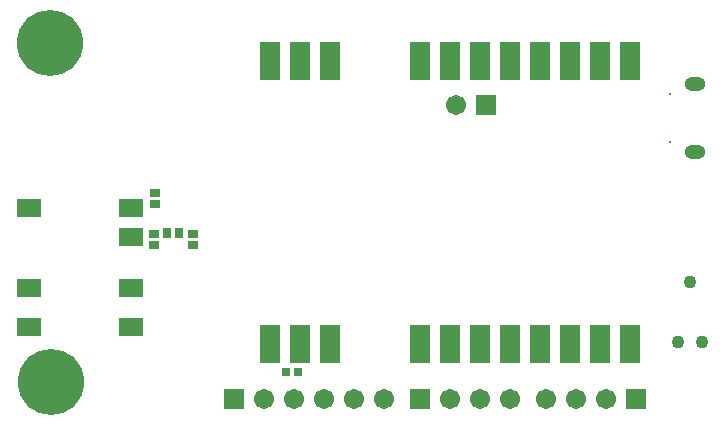
<source format=gbs>
G04*
G04 #@! TF.GenerationSoftware,Altium Limited,Altium Designer,19.0.12 (326)*
G04*
G04 Layer_Color=16711935*
%FSAX25Y25*%
%MOIN*%
G70*
G01*
G75*
%ADD53C,0.22047*%
%ADD54R,0.06706X0.06706*%
%ADD55C,0.06706*%
%ADD56C,0.04343*%
%ADD57O,0.07099X0.04737*%
%ADD58R,0.00800X0.00800*%
%ADD73R,0.06706X0.12611*%
%ADD74R,0.02769X0.03162*%
%ADD75R,0.03241X0.03044*%
%ADD76R,0.03162X0.03320*%
%ADD77R,0.07887X0.05918*%
D53*
X0295836Y0408465D02*
D03*
X0296031Y0295472D02*
D03*
D54*
X0441169Y0387894D02*
D03*
X0356917Y0289862D02*
D03*
X0419004D02*
D03*
X0491032Y0289764D02*
D03*
D55*
X0431169Y0387894D02*
D03*
X0366917Y0289862D02*
D03*
X0376917D02*
D03*
X0386917D02*
D03*
X0396917D02*
D03*
X0406917D02*
D03*
X0449004D02*
D03*
X0439004D02*
D03*
X0429004D02*
D03*
X0461031Y0289764D02*
D03*
X0471032D02*
D03*
X0481032D02*
D03*
D56*
X0505000Y0308610D02*
D03*
X0513000Y0308610D02*
D03*
X0509000Y0328610D02*
D03*
D57*
X0510711Y0372217D02*
D03*
Y0394854D02*
D03*
D58*
X0502246Y0375551D02*
D03*
Y0391496D02*
D03*
D73*
X0369154Y0307972D02*
D03*
X0379154D02*
D03*
X0389154D02*
D03*
X0419154D02*
D03*
X0429154D02*
D03*
X0439154D02*
D03*
X0449154D02*
D03*
X0459154D02*
D03*
X0469154D02*
D03*
X0479154D02*
D03*
X0489154D02*
D03*
Y0402461D02*
D03*
X0479154D02*
D03*
X0469154D02*
D03*
X0459154D02*
D03*
X0449154D02*
D03*
X0439154D02*
D03*
X0429154D02*
D03*
X0419154D02*
D03*
X0389154D02*
D03*
X0379154D02*
D03*
X0369154D02*
D03*
D74*
X0374476Y0298622D02*
D03*
X0378413D02*
D03*
D75*
X0343295Y0344811D02*
D03*
Y0341110D02*
D03*
X0330295D02*
D03*
Y0344811D02*
D03*
X0330646Y0354610D02*
D03*
Y0358311D02*
D03*
D76*
X0334795Y0344961D02*
D03*
X0338575D02*
D03*
D77*
X0288846Y0326575D02*
D03*
Y0313583D02*
D03*
Y0353346D02*
D03*
X0322705Y0313583D02*
D03*
Y0326575D02*
D03*
Y0343898D02*
D03*
Y0353346D02*
D03*
M02*

</source>
